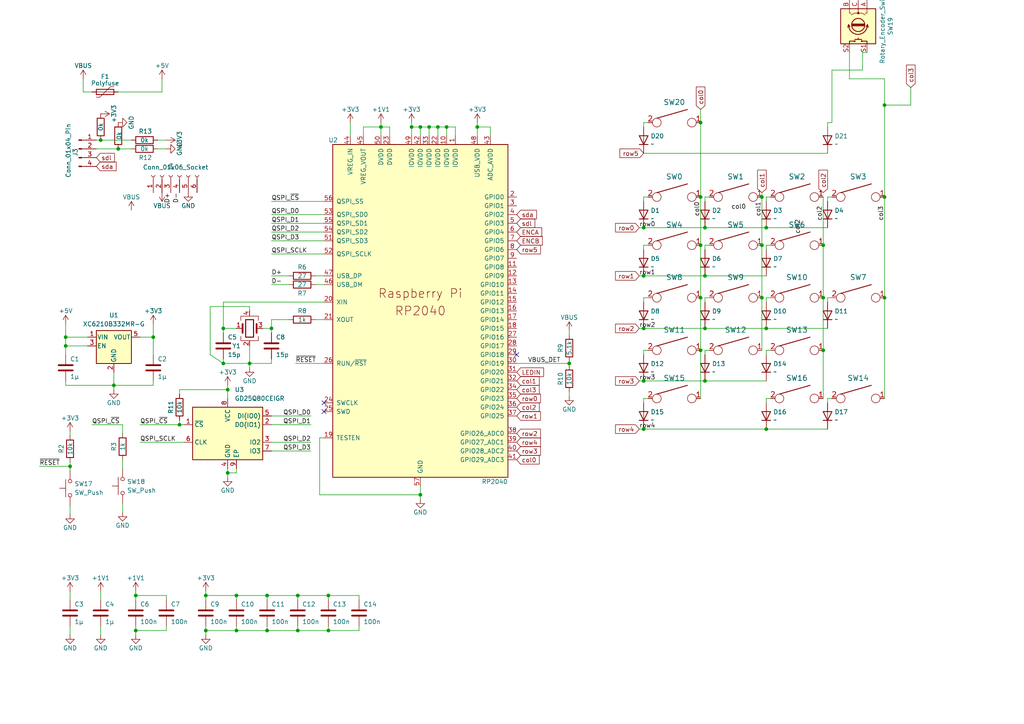
<source format=kicad_sch>
(kicad_sch (version 20250114) (generator "eeschema") (generator_version "9.0")
  (paper "A4")
  (lib_symbols
    (symbol "Connector:Conn_01x04_Pin" (pin_names (offset 1.016) (hide yes))
      (property "Reference" "J" (at 0 5.08 0))
      (property "Value" "Conn_01x04_Pin" (at 0 -7.62 0))
      (symbol "Conn_01x04_Pin_1_1"
        (pin passive line (at 5.08 2.54 180) (length 3.81) (name "Pin_1") (number "1"))
        (pin passive line (at 5.08 0 180) (length 3.81) (name "Pin_2") (number "2"))
        (pin passive line (at 5.08 -2.54 180) (length 3.81) (name "Pin_3") (number "3"))
        (pin passive line (at 5.08 -5.08 180) (length 3.81) (name "Pin_4") (number "4"))
      )
    )
    (symbol "Connector:Conn_01x06_Socket" (pin_names (offset 1.016) (hide yes))
      (property "Reference" "J" (at 0 7.62 0))
      (property "Value" "Conn_01x06_Socket" (at 0 -10.16 0))
      (symbol "Conn_01x06_Socket_1_1"
        (pin passive line (at -5.08 5.08 0) (length 3.81) (name "Pin_1") (number "1"))
        (pin passive line (at -5.08 2.54 0) (length 3.81) (name "Pin_2") (number "2"))
        (pin passive line (at -5.08 0 0) (length 3.81) (name "Pin_3") (number "3"))
        (pin passive line (at -5.08 -2.54 0) (length 3.81) (name "Pin_4") (number "4"))
        (pin passive line (at -5.08 -5.08 0) (length 3.81) (name "Pin_5") (number "5"))
        (pin passive line (at -5.08 -7.62 0) (length 3.81) (name "Pin_6") (number "6"))
      )
    )
    (symbol "Device:C" (pin_numbers (hide yes)) (pin_names (offset 0.254))
      (property "Reference" "C" (at 0.635 2.54 0))
      (property "Value" "C" (at 0.635 -2.54 0))
      (symbol "C_1_1"
        (pin passive line (at 0 3.81 270) (length 2.794) (name "~") (number "1"))
        (pin passive line (at 0 -3.81 90) (length 2.794) (name "~") (number "2"))
      )
    )
    (symbol "Device:Crystal_GND24" (pin_names (offset 1.016) (hide yes))
      (property "Reference" "Y" (at 3.175 5.08 0))
      (property "Value" "Crystal_GND24" (at 3.175 3.175 0))
      (symbol "Crystal_GND24_1_1"
        (pin passive line (at -3.81 0 0) (length 1.27) (name "1") (number "1"))
        (pin passive line (at 0 5.08 270) (length 1.27) (name "2") (number "2"))
        (pin passive line (at 0 -5.08 90) (length 1.27) (name "4") (number "4"))
        (pin passive line (at 3.81 0 180) (length 1.27) (name "3") (number "3"))
      )
    )
    (symbol "Device:D" (pin_numbers (hide yes)) (pin_names (offset 1.016) (hide yes))
      (property "Reference" "D" (at 0 2.54 0))
      (property "Value" "D" (at 0 -2.54 0))
      (symbol "D_1_1"
        (pin passive line (at -3.81 0 0) (length 2.54) (name "K") (number "1"))
        (pin passive line (at 3.81 0 180) (length 2.54) (name "A") (number "2"))
      )
    )
    (symbol "Device:Polyfuse" (pin_numbers (hide yes)) (pin_names (offset 0))
      (property "Reference" "F" (at -2.54 0 90))
      (property "Value" "Polyfuse" (at 2.54 0 90))
      (symbol "Polyfuse_1_1"
        (pin passive line (at 0 3.81 270) (length 1.27) (name "~") (number "1"))
        (pin passive line (at 0 -3.81 90) (length 1.27) (name "~") (number "2"))
      )
    )
    (symbol "Device:R" (pin_numbers (hide yes)) (pin_names (offset 0))
      (property "Reference" "R" (at 2.032 0 90))
      (property "Value" "R" (at 0 0 90))
      (symbol "R_1_1"
        (pin passive line (at 0 3.81 270) (length 1.27) (name "~") (number "1"))
        (pin passive line (at 0 -3.81 90) (length 1.27) (name "~") (number "2"))
      )
    )
    (symbol "MCU_RaspberryPi_RP2040:RP2040" (pin_names (offset 1.016))
      (property "Reference" "U" (at -25.4 49.53 0))
      (property "Value" "RP2040" (at 20.32 -49.53 0))
      (symbol "RP2040_0_0"
        (text "Raspberry Pi" (at 0 5.08 0) (effects (font (size 2.54 2.54))))
        (text "RP2040" (at 0 0 0) (effects (font (size 2.54 2.54))))
      )
      (symbol "RP2040_1_1"
        (pin bidirectional line (at -27.94 31.75 0) (length 2.54) (name "QSPI_SS") (number "56"))
        (pin bidirectional line (at -27.94 27.94 0) (length 2.54) (name "QSPI_SD0") (number "53"))
        (pin bidirectional line (at -27.94 25.4 0) (length 2.54) (name "QSPI_SD1") (number "55"))
        (pin bidirectional line (at -27.94 22.86 0) (length 2.54) (name "QSPI_SD2") (number "54"))
        (pin bidirectional line (at -27.94 20.32 0) (length 2.54) (name "QSPI_SD3") (number "51"))
        (pin output line (at -27.94 16.51 0) (length 2.54) (name "QSPI_SCLK") (number "52"))
        (pin bidirectional line (at -27.94 10.16 0) (length 2.54) (name "USB_DP") (number "47"))
        (pin bidirectional line (at -27.94 7.62 0) (length 2.54) (name "USB_DM") (number "46"))
        (pin input line (at -27.94 2.54 0) (length 2.54) (name "XIN") (number "20"))
        (pin passive line (at -27.94 -2.54 0) (length 2.54) (name "XOUT") (number "21"))
        (pin input line (at -27.94 -15.24 0) (length 2.54) (name "RUN/~{RST}") (number "26"))
        (pin output line (at -27.94 -26.67 0) (length 2.54) (name "SWCLK") (number "24"))
        (pin bidirectional line (at -27.94 -29.21 0) (length 2.54) (name "SWD") (number "25"))
        (pin passive line (at -27.94 -36.83 0) (length 2.54) (name "TESTEN") (number "19"))
        (pin power_in line (at -20.32 50.8 270) (length 2.54) (name "VREG_IN") (number "44"))
        (pin power_out line (at -16.51 50.8 270) (length 2.54) (name "VREG_VOUT") (number "45"))
        (pin power_in line (at -11.43 50.8 270) (length 2.54) (name "DVDD") (number "50"))
        (pin power_in line (at -8.89 50.8 270) (length 2.54) (name "DVDD") (number "23"))
        (pin power_in line (at -2.54 50.8 270) (length 2.54) (name "IOVDD") (number "49"))
        (pin power_in line (at 0 50.8 270) (length 2.54) (name "IOVDD") (number "42"))
        (pin power_in line (at 0 -50.8 90) (length 2.54) (name "GND") (number "57"))
        (pin power_in line (at 2.54 50.8 270) (length 2.54) (name "IOVDD") (number "33"))
        (pin power_in line (at 5.08 50.8 270) (length 2.54) (name "IOVDD") (number "22"))
        (pin power_in line (at 7.62 50.8 270) (length 2.54) (name "IOVDD") (number "10"))
        (pin power_in line (at 10.16 50.8 270) (length 2.54) (name "IOVDD") (number "1"))
        (pin power_in line (at 16.51 50.8 270) (length 2.54) (name "USB_VDD") (number "48"))
        (pin power_in line (at 20.32 50.8 270) (length 2.54) (name "ADC_AVDD") (number "43"))
        (pin bidirectional line (at 27.94 33.02 180) (length 2.54) (name "GPIO0") (number "2"))
        (pin bidirectional line (at 27.94 30.48 180) (length 2.54) (name "GPIO1") (number "3"))
        (pin bidirectional line (at 27.94 27.94 180) (length 2.54) (name "GPIO2") (number "4"))
        (pin bidirectional line (at 27.94 25.4 180) (length 2.54) (name "GPIO3") (number "5"))
        (pin bidirectional line (at 27.94 22.86 180) (length 2.54) (name "GPIO4") (number "6"))
        (pin bidirectional line (at 27.94 20.32 180) (length 2.54) (name "GPIO5") (number "7"))
        (pin bidirectional line (at 27.94 17.78 180) (length 2.54) (name "GPIO6") (number "8"))
        (pin bidirectional line (at 27.94 15.24 180) (length 2.54) (name "GPIO7") (number "9"))
        (pin bidirectional line (at 27.94 12.7 180) (length 2.54) (name "GPIO8") (number "11"))
        (pin bidirectional line (at 27.94 10.16 180) (length 2.54) (name "GPIO9") (number "12"))
        (pin bidirectional line (at 27.94 7.62 180) (length 2.54) (name "GPIO10") (number "13"))
        (pin bidirectional line (at 27.94 5.08 180) (length 2.54) (name "GPIO11") (number "14"))
        (pin bidirectional line (at 27.94 2.54 180) (length 2.54) (name "GPIO12") (number "15"))
        (pin bidirectional line (at 27.94 0 180) (length 2.54) (name "GPIO13") (number "16"))
        (pin bidirectional line (at 27.94 -2.54 180) (length 2.54) (name "GPIO14") (number "17"))
        (pin bidirectional line (at 27.94 -5.08 180) (length 2.54) (name "GPIO15") (number "18"))
        (pin bidirectional line (at 27.94 -7.62 180) (length 2.54) (name "GPIO16") (number "27"))
        (pin bidirectional line (at 27.94 -10.16 180) (length 2.54) (name "GPIO17") (number "28"))
        (pin bidirectional line (at 27.94 -12.7 180) (length 2.54) (name "GPIO18") (number "29"))
        (pin bidirectional line (at 27.94 -15.24 180) (length 2.54) (name "GPIO19") (number "30"))
        (pin bidirectional line (at 27.94 -17.78 180) (length 2.54) (name "GPIO20") (number "31"))
        (pin bidirectional line (at 27.94 -20.32 180) (length 2.54) (name "GPIO21") (number "32"))
        (pin bidirectional line (at 27.94 -22.86 180) (length 2.54) (name "GPIO22") (number "34"))
        (pin bidirectional line (at 27.94 -25.4 180) (length 2.54) (name "GPIO23") (number "35"))
        (pin bidirectional line (at 27.94 -27.94 180) (length 2.54) (name "GPIO24") (number "36"))
        (pin bidirectional line (at 27.94 -30.48 180) (length 2.54) (name "GPIO25") (number "37"))
        (pin bidirectional line (at 27.94 -35.56 180) (length 2.54) (name "GPIO26_ADC0") (number "38"))
        (pin bidirectional line (at 27.94 -38.1 180) (length 2.54) (name "GPIO27_ADC1") (number "39"))
        (pin bidirectional line (at 27.94 -40.64 180) (length 2.54) (name "GPIO28_ADC2") (number "40"))
        (pin bidirectional line (at 27.94 -43.18 180) (length 2.54) (name "GPIO29_ADC3") (number "41"))
      )
    )
    (symbol "Memory_Flash:W25Q32JVZP"
      (property "Reference" "U" (at -8.89 8.89 0))
      (property "Value" "W25Q32JVZP" (at 7.62 8.89 0))
      (symbol "W25Q32JVZP_1_1"
        (pin input line (at -12.7 2.54 0) (length 2.54) (name "~{CS}") (number "1"))
        (pin input line (at -12.7 -2.54 0) (length 2.54) (name "CLK") (number "6"))
        (pin power_in line (at 0 10.16 270) (length 2.54) (name "VCC") (number "8"))
        (pin power_in line (at 0 -10.16 90) (length 2.54) (name "GND") (number "4"))
        (pin passive line (at 2.54 -10.16 90) (length 2.54) (name "EP") (number "9"))
        (pin bidirectional line (at 12.7 5.08 180) (length 2.54) (name "DI(IO0)") (number "5"))
        (pin bidirectional line (at 12.7 2.54 180) (length 2.54) (name "DO(IO1)") (number "2"))
        (pin bidirectional line (at 12.7 -2.54 180) (length 2.54) (name "IO2") (number "3"))
        (pin bidirectional line (at 12.7 -5.08 180) (length 2.54) (name "IO3") (number "7"))
      )
    )
    (symbol "Regulator_Linear:AP2127K-3.3" (pin_names (offset 0.254))
      (property "Reference" "U" (at -5.08 5.715 0))
      (property "Value" "AP2127K-3.3" (at 0 5.715 0))
      (symbol "AP2127K-3.3_1_1"
        (pin power_in line (at -7.62 2.54 0) (length 2.54) (name "VIN") (number "1"))
        (pin input line (at -7.62 0 0) (length 2.54) (name "EN") (number "3"))
        (pin power_in line (at 0 -7.62 90) (length 2.54) (name "GND") (number "2"))
        (pin no_connect line (at 5.08 0 180) (length 2.54) (hide yes) (name "NC") (number "4"))
        (pin power_out line (at 7.62 2.54 180) (length 2.54) (name "VOUT") (number "5"))
      )
    )
    (symbol "SofleKeyboard-rescue:GND-power" (power) (pin_names (offset 0))
      (property "Value" "GND-power" (at 0 -3.81 0))
      (symbol "GND-power_1_1"
        (pin power_in line (at 0 0 270) (length 0) (hide yes) (name "GND") (number "1"))
      )
    )
    (symbol "SofleKeyboard-rescue:Rotary_Encoder_Switch-Device" (pin_names (offset 0.254) (hide yes))
      (property "Reference" "SW" (at 0 6.604 0))
      (property "Value" "Rotary_Encoder_Switch-Device" (at 0 -6.604 0))
      (symbol "Rotary_Encoder_Switch-Device_1_1"
        (pin passive line (at -7.62 2.54 0) (length 2.54) (name "A") (number "A"))
        (pin passive line (at -7.62 0 0) (length 2.54) (name "C") (number "C"))
        (pin passive line (at -7.62 -2.54 0) (length 2.54) (name "B") (number "B"))
        (pin passive line (at 7.62 2.54 180) (length 2.54) (name "S1") (number "S1"))
        (pin passive line (at 7.62 -2.54 180) (length 2.54) (name "S2") (number "S2"))
      )
    )
    (symbol "Switch:SW_Push" (pin_numbers (hide yes)) (pin_names (offset 1.016) (hide yes))
      (property "Reference" "SW" (at 1.27 2.54 0))
      (property "Value" "SW_Push" (at 0 -1.524 0))
      (symbol "SW_Push_0_1"
        (pin passive line (at -5.08 0 0) (length 2.54) (name "1") (number "1"))
        (pin passive line (at 5.08 0 180) (length 2.54) (name "2") (number "2"))
      )
    )
    (symbol "discipad-pcb-rescue:KEYSW-keyboard_parts" (pin_names (offset 1.016))
      (property "Reference" "K?" (at -1.27 0 0))
      (symbol "KEYSW-keyboard_parts_1_1"
        (pin passive line (at -7.62 0 0) (length 1.27) (name "~") (number "2"))
        (pin passive line (at 7.62 0 180) (length 1.27) (name "~") (number "1"))
      )
    )
    (symbol "kbd_local:YS-SK6812MINI-E" (pin_names (offset 1.016))
      (property "Reference" "LED" (at 2.54 -7.62 0))
      (property "Value" "YS-SK6812MINI-E" (at 6.35 -6.35 0))
      (symbol "YS-SK6812MINI-E_1_1"
        (pin input line (at -7.62 0 0) (length 2.54) (name "DIN") (number "4"))
        (pin power_in line (at 0 7.62 270) (length 2.54) (name "VDD") (number "1"))
        (pin power_in line (at 0 -7.62 90) (length 2.54) (name "VSS") (number "3"))
        (pin output line (at 7.62 0 180) (length 2.54) (name "DOUT") (number "2"))
      )
    )
    (symbol "power:+1V1" (power) (pin_names (offset 0))
      (property "Value" "+1V1" (at 0 3.556 0))
      (symbol "+1V1_1_1"
        (pin power_in line (at 0 0 90) (length 0) (hide yes) (name "+1V1") (number "1"))
      )
    )
    (symbol "power:+3.3V" (power) (pin_names (offset 0))
      (property "Value" "+3.3V" (at 0 3.556 0))
      (symbol "+3.3V_1_1"
        (pin power_in line (at 0 0 90) (length 0) (hide yes) (name "+3V3") (number "1"))
      )
    )
    (symbol "power:+5V" (power) (pin_names (offset 0))
      (property "Value" "+5V" (at 0 3.556 0))
      (symbol "+5V_1_1"
        (pin power_in line (at 0 0 90) (length 0) (hide yes) (name "+5V") (number "1"))
      )
    )
    (symbol "power:GND" (power) (pin_names (offset 0))
      (property "Value" "GND" (at 0 -3.81 0))
      (symbol "GND_1_1"
        (pin power_in line (at 0 0 270) (length 0) (hide yes) (name "GND") (number "1"))
      )
    )
    (symbol "power:VBUS" (power) (pin_names (offset 0))
      (property "Value" "VBUS" (at 0 3.81 0))
      (symbol "VBUS_1_1"
        (pin power_in line (at 0 0 90) (length 0) (hide yes) (name "VBUS") (number "1"))
      )
    )
  )
  (text "LEDs" (at 341.122 21.209 0) (effects (font (size 3.175 3.175)) (justify left bottom)))
  (junction (at 39.37 182.88))
  (junction (at 204.47 80.01))
  (junction (at 203.2 35.56))
  (junction (at 203.2 57.15))
  (junction (at 256.54 57.15))
  (junction (at 186.69 124.46))
  (junction (at 66.04 113.03))
  (junction (at 307.34 66.04))
  (junction (at 220.98 71.12))
  (junction (at 44.45 97.79))
  (junction (at 19.05 100.33))
  (junction (at 86.36 172.72))
  (junction (at 383.54 83.82))
  (junction (at 119.38 36.83))
  (junction (at 322.58 29.21))
  (junction (at 322.58 66.04))
  (junction (at 72.39 105.41))
  (junction (at 59.69 182.88))
  (junction (at 256.54 30.48))
  (junction (at 86.36 182.88))
  (junction (at 203.2 86.36))
  (junction (at 64.77 105.41))
  (junction (at 337.82 66.04))
  (junction (at 307.34 46.99))
  (junction (at 68.58 182.88))
  (junction (at 322.58 46.99))
  (junction (at 68.58 172.72))
  (junction (at 59.69 172.72))
  (junction (at 95.25 172.72))
  (junction (at 368.3 83.82))
  (junction (at 121.92 143.51))
  (junction (at 353.06 83.82))
  (junction (at 337.82 29.21))
  (junction (at 220.98 86.36))
  (junction (at 203.2 71.12))
  (junction (at 322.58 83.82))
  (junction (at 203.2 101.6))
  (junction (at 256.54 86.36))
  (junction (at 127 36.83))
  (junction (at 222.25 66.04))
  (junction (at 77.47 172.72))
  (junction (at 110.49 36.83))
  (junction (at 29.21 40.64))
  (junction (at 64.77 95.25))
  (junction (at 20.32 135.255))
  (junction (at 186.69 110.49))
  (junction (at 186.69 80.01))
  (junction (at 368.3 66.04))
  (junction (at 186.69 66.04))
  (junction (at 353.06 66.04))
  (junction (at 368.3 46.99))
  (junction (at 39.37 172.72))
  (junction (at 129.54 36.83))
  (junction (at 238.76 71.12))
  (junction (at 238.76 86.36))
  (junction (at 222.25 95.25))
  (junction (at 66.04 137.16))
  (junction (at 34.29 43.18))
  (junction (at 52.07 123.19))
  (junction (at 204.47 66.04))
  (junction (at 138.43 36.83))
  (junction (at 222.25 124.46))
  (junction (at 383.54 101.6))
  (junction (at 78.74 95.25))
  (junction (at 77.47 182.88))
  (junction (at 204.47 95.25))
  (junction (at 337.82 83.82))
  (junction (at 337.82 46.99))
  (junction (at 353.06 46.99))
  (junction (at 238.76 101.6))
  (junction (at 121.92 36.83))
  (junction (at 19.05 97.79))
  (junction (at 204.47 110.49))
  (junction (at 220.98 57.15))
  (junction (at 322.58 114.3))
  (junction (at 383.54 66.04))
  (junction (at 165.1 105.41))
  (junction (at 368.3 101.6))
  (junction (at 353.06 101.6))
  (junction (at 124.46 36.83))
  (junction (at 95.25 182.88))
  (junction (at 186.69 95.25))
  (junction (at 353.06 114.3))
  (junction (at 33.02 111.76))
  (no_connect (at 149.86 102.87))
  (no_connect (at 391.16 73.66))
  (no_connect (at 93.98 119.38))
  (no_connect (at 93.98 116.84))
  (wire (pts (xy 77.47 182.88) (xy 86.36 182.88)))
  (wire (pts (xy 40.64 123.19) (xy 52.07 123.19)))
  (wire (pts (xy 240.03 115.57) (xy 240.03 116.84)))
  (wire (pts (xy 38.1 40.64) (xy 29.21 40.64)))
  (wire (pts (xy 241.3 20.32) (xy 250.19 20.32)))
  (wire (pts (xy 360.68 91.44) (xy 360.68 93.98)))
  (wire (pts (xy 35.56 133.35) (xy 35.56 135.89)))
  (wire (pts (xy 68.58 181.61) (xy 68.58 182.88)))
  (wire (pts (xy 132.08 39.37) (xy 132.08 36.83)))
  (wire (pts (xy 33.02 111.76) (xy 44.45 111.76)))
  (wire (pts (xy 77.47 181.61) (xy 77.47 182.88)))
  (wire (pts (xy 222.25 71.12) (xy 222.25 72.39)))
  (wire (pts (xy 29.21 40.64) (xy 27.94 40.64)))
  (wire (pts (xy 186.69 124.46) (xy 222.25 124.46)))
  (wire (pts (xy 45.72 40.64) (xy 48.26 40.64)))
  (wire (pts (xy 345.44 39.37) (xy 330.2 39.37)))
  (wire (pts (xy 19.05 97.79) (xy 19.05 100.33)))
  (wire (pts (xy 138.43 36.83) (xy 142.24 36.83)))
  (wire (pts (xy 119.38 36.83) (xy 119.38 39.37)))
  (wire (pts (xy 59.69 172.72) (xy 68.58 172.72)))
  (wire (pts (xy 250.19 15.24) (xy 251.46 15.24)))
  (wire (pts (xy 337.82 29.21) (xy 368.3 29.21)))
  (wire (pts (xy 383.54 46.99) (xy 383.54 66.04)))
  (wire (pts (xy 165.1 95.885) (xy 165.1 97.155)))
  (wire (pts (xy 203.2 101.6) (xy 203.2 115.57)))
  (wire (pts (xy 64.77 105.41) (xy 72.39 105.41)))
  (wire (pts (xy 44.45 93.98) (xy 44.45 97.79)))
  (wire (pts (xy 246.38 -3.81) (xy 246.38 0)))
  (wire (pts (xy 165.1 104.775) (xy 165.1 105.41)))
  (wire (pts (xy 78.74 105.41) (xy 78.74 104.14)))
  (wire (pts (xy 203.2 57.15) (xy 203.2 71.12)))
  (wire (pts (xy 72.39 105.41) (xy 78.74 105.41)))
  (wire (pts (xy 330.2 73.66) (xy 330.2 76.2)))
  (wire (pts (xy 127 36.83) (xy 129.54 36.83)))
  (wire (pts (xy 383.54 101.6) (xy 383.54 114.3)))
  (wire (pts (xy 337.82 46.99) (xy 337.82 66.04)))
  (wire (pts (xy 220.98 86.36) (xy 220.98 101.6)))
  (wire (pts (xy 307.34 66.04) (xy 307.34 83.82)))
  (wire (pts (xy 248.92 -15.24) (xy 246.38 -15.24)))
  (wire (pts (xy 204.47 110.49) (xy 222.25 110.49)))
  (wire (pts (xy 104.14 181.61) (xy 104.14 182.88)))
  (wire (pts (xy 59.69 172.72) (xy 59.69 173.99)))
  (wire (pts (xy 77.47 172.72) (xy 86.36 172.72)))
  (wire (pts (xy 353.06 83.82) (xy 353.06 101.6)))
  (wire (pts (xy 204.47 101.6) (xy 204.47 102.87)))
  (wire (pts (xy 20.32 133.985) (xy 20.32 135.255)))
  (wire (pts (xy 78.74 67.31) (xy 93.98 67.31)))
  (wire (pts (xy 204.47 80.01) (xy 222.25 80.01)))
  (wire (pts (xy 241.3 115.57) (xy 240.03 115.57)))
  (wire (pts (xy 205.74 57.15) (xy 204.47 57.15)))
  (wire (pts (xy 238.76 57.15) (xy 238.76 71.12)))
  (wire (pts (xy 78.74 82.55) (xy 83.82 82.55)))
  (wire (pts (xy 246.38 22.86) (xy 246.38 15.24)))
  (wire (pts (xy 185.42 110.49) (xy 186.69 110.49)))
  (wire (pts (xy 39.37 171.45) (xy 39.37 172.72)))
  (wire (pts (xy 264.16 30.48) (xy 256.54 30.48)))
  (wire (pts (xy 95.25 181.61) (xy 95.25 182.88)))
  (wire (pts (xy 256.54 30.48) (xy 256.54 57.15)))
  (wire (pts (xy 48.26 181.61) (xy 48.26 182.88)))
  (wire (pts (xy 78.74 62.23) (xy 93.98 62.23)))
  (wire (pts (xy 187.96 57.15) (xy 186.69 57.15)))
  (wire (pts (xy 11.43 135.255) (xy 20.32 135.255)))
  (wire (pts (xy 241.3 57.15) (xy 240.03 57.15)))
  (wire (pts (xy 90.17 120.65) (xy 78.74 120.65)))
  (wire (pts (xy 138.43 36.83) (xy 138.43 39.37)))
  (wire (pts (xy 330.2 58.42) (xy 330.2 54.61)))
  (wire (pts (xy 307.34 46.99) (xy 307.34 66.04)))
  (wire (pts (xy 72.39 90.17) (xy 72.39 88.9)))
  (wire (pts (xy 186.69 101.6) (xy 186.69 102.87)))
  (wire (pts (xy 205.74 101.6) (xy 204.47 101.6)))
  (wire (pts (xy 337.82 83.82) (xy 337.82 101.6)))
  (wire (pts (xy 220.98 55.88) (xy 220.98 57.15)))
  (wire (pts (xy 223.52 57.15) (xy 222.25 57.15)))
  (wire (pts (xy 204.47 57.15) (xy 204.47 58.42)))
  (wire (pts (xy 204.47 71.12) (xy 204.47 72.39)))
  (wire (pts (xy 186.69 35.56) (xy 187.96 35.56)))
  (wire (pts (xy 256.54 86.36) (xy 256.54 115.57)))
  (wire (pts (xy 360.68 109.22) (xy 345.44 109.22)))
  (wire (pts (xy 121.92 143.51) (xy 121.92 144.78)))
  (wire (pts (xy 240.03 86.36) (xy 240.03 87.63)))
  (wire (pts (xy 250.19 20.32) (xy 250.19 15.24)))
  (wire (pts (xy 238.76 86.36) (xy 238.76 101.6)))
  (wire (pts (xy 203.2 71.12) (xy 203.2 86.36)))
  (wire (pts (xy 52.07 114.3) (xy 52.07 113.03)))
  (wire (pts (xy 86.36 182.88) (xy 95.25 182.88)))
  (wire (pts (xy 186.69 95.25) (xy 204.47 95.25)))
  (wire (pts (xy 186.69 80.01) (xy 204.47 80.01)))
  (wire (pts (xy 44.45 110.49) (xy 44.45 111.76)))
  (wire (pts (xy 60.96 88.9) (xy 60.96 102.87)))
  (wire (pts (xy 345.44 91.44) (xy 345.44 93.98)))
  (wire (pts (xy 66.04 111.76) (xy 66.04 113.03)))
  (wire (pts (xy 64.77 87.63) (xy 93.98 87.63)))
  (wire (pts (xy 360.68 73.66) (xy 360.68 76.2)))
  (wire (pts (xy 72.39 100.33) (xy 72.39 105.41)))
  (wire (pts (xy 322.58 29.21) (xy 307.34 29.21)))
  (wire (pts (xy 105.41 36.83) (xy 110.49 36.83)))
  (wire (pts (xy 223.52 115.57) (xy 222.25 115.57)))
  (wire (pts (xy 20.32 171.45) (xy 20.32 173.99)))
  (wire (pts (xy 59.69 171.45) (xy 59.69 172.72)))
  (wire (pts (xy 90.17 130.81) (xy 78.74 130.81)))
  (wire (pts (xy 240.03 57.15) (xy 240.03 58.42)))
  (wire (pts (xy 68.58 172.72) (xy 68.58 173.99)))
  (wire (pts (xy 204.47 86.36) (xy 204.47 87.63)))
  (wire (pts (xy 66.04 137.16) (xy 68.58 137.16)))
  (wire (pts (xy 33.02 111.76) (xy 33.02 113.03)))
  (wire (pts (xy 68.58 135.89) (xy 68.58 137.16)))
  (wire (pts (xy 142.24 39.37) (xy 142.24 36.83)))
  (wire (pts (xy 222.25 86.36) (xy 222.25 87.63)))
  (wire (pts (xy 337.82 66.04) (xy 337.82 83.82)))
  (wire (pts (xy 64.77 95.25) (xy 64.77 87.63)))
  (wire (pts (xy 223.52 71.12) (xy 222.25 71.12)))
  (wire (pts (xy 187.96 101.6) (xy 186.69 101.6)))
  (wire (pts (xy 353.06 46.99) (xy 353.06 66.04)))
  (wire (pts (xy 256.54 57.15) (xy 256.54 86.36)))
  (wire (pts (xy 20.32 146.685) (xy 20.32 149.225)))
  (wire (pts (xy 307.34 29.21) (xy 307.34 46.99)))
  (wire (pts (xy 92.71 127) (xy 92.71 143.51)))
  (wire (pts (xy 66.04 137.16) (xy 66.04 138.43)))
  (wire (pts (xy 78.74 73.66) (xy 93.98 73.66)))
  (wire (pts (xy 138.43 35.56) (xy 138.43 36.83)))
  (wire (pts (xy 86.36 172.72) (xy 86.36 173.99)))
  (wire (pts (xy 110.49 35.56) (xy 110.49 36.83)))
  (wire (pts (xy 39.37 182.88) (xy 48.26 182.88)))
  (wire (pts (xy 52.07 123.19) (xy 53.34 123.19)))
  (wire (pts (xy 360.68 54.61) (xy 360.68 58.42)))
  (wire (pts (xy 322.58 46.99) (xy 322.58 66.04)))
  (wire (pts (xy 66.04 113.03) (xy 66.04 115.57)))
  (wire (pts (xy 345.44 76.2) (xy 345.44 73.66)))
  (wire (pts (xy 375.92 73.66) (xy 375.92 76.2)))
  (wire (pts (xy 72.39 105.41) (xy 72.39 106.68)))
  (wire (pts (xy 59.69 182.88) (xy 68.58 182.88)))
  (wire (pts (xy 185.42 95.25) (xy 186.69 95.25)))
  (wire (pts (xy 86.36 181.61) (xy 86.36 182.88)))
  (wire (pts (xy 92.71 143.51) (xy 121.92 143.51)))
  (wire (pts (xy 35.56 146.05) (xy 35.56 148.59)))
  (wire (pts (xy 186.69 110.49) (xy 204.47 110.49)))
  (wire (pts (xy 119.38 35.56) (xy 119.38 36.83)))
  (wire (pts (xy 19.05 111.76) (xy 33.02 111.76)))
  (wire (pts (xy 314.96 76.2) (xy 314.96 73.66)))
  (wire (pts (xy 186.69 86.36) (xy 186.69 87.63)))
  (wire (pts (xy 59.69 181.61) (xy 59.69 182.88)))
  (wire (pts (xy 186.69 44.45) (xy 240.03 44.45)))
  (wire (pts (xy 368.3 83.82) (xy 368.3 101.6)))
  (wire (pts (xy 322.58 66.04) (xy 322.58 83.82)))
  (wire (pts (xy 60.96 102.87) (xy 64.77 105.41)))
  (wire (pts (xy 222.25 115.57) (xy 222.25 116.84)))
  (wire (pts (xy 187.96 115.57) (xy 186.69 115.57)))
  (wire (pts (xy 223.52 101.6) (xy 222.25 101.6)))
  (wire (pts (xy 186.69 66.04) (xy 204.47 66.04)))
  (wire (pts (xy 205.74 86.36) (xy 204.47 86.36)))
  (wire (pts (xy 44.45 97.79) (xy 44.45 102.87)))
  (wire (pts (xy 220.98 57.15) (xy 220.98 71.12)))
  (wire (pts (xy 92.71 127) (xy 93.98 127)))
  (wire (pts (xy 204.47 66.04) (xy 222.25 66.04)))
  (wire (pts (xy 186.69 71.12) (xy 186.69 72.39)))
  (wire (pts (xy 222.25 124.46) (xy 240.03 124.46)))
  (wire (pts (xy 368.3 46.99) (xy 368.3 66.04)))
  (wire (pts (xy 322.58 29.21) (xy 337.82 29.21)))
  (wire (pts (xy 165.1 113.665) (xy 165.1 114.935)))
  (wire (pts (xy 64.77 96.52) (xy 64.77 95.25)))
  (wire (pts (xy 48.26 173.99) (xy 48.26 172.72)))
  (wire (pts (xy 66.04 135.89) (xy 66.04 137.16)))
  (wire (pts (xy 322.58 24.13) (xy 322.58 29.21)))
  (wire (pts (xy 222.25 101.6) (xy 222.25 102.87)))
  (wire (pts (xy 29.21 171.45) (xy 29.21 173.99)))
  (wire (pts (xy 59.69 182.88) (xy 59.69 184.15)))
  (wire (pts (xy 39.37 172.72) (xy 39.37 173.99)))
  (wire (pts (xy 38.1 43.18) (xy 34.29 43.18)))
  (wire (pts (xy 52.07 121.92) (xy 52.07 123.19)))
  (wire (pts (xy 90.17 128.27) (xy 78.74 128.27)))
  (wire (pts (xy 223.52 86.36) (xy 222.25 86.36)))
  (wire (pts (xy 238.76 101.6) (xy 238.76 115.57)))
  (wire (pts (xy 124.46 36.83) (xy 124.46 39.37)))
  (wire (pts (xy 24.13 22.86) (xy 24.13 26.67)))
  (wire (pts (xy 78.74 69.85) (xy 93.98 69.85)))
  (wire (pts (xy 127 36.83) (xy 127 39.37)))
  (wire (pts (xy 85.725 105.41) (xy 93.98 105.41)))
  (wire (pts (xy 322.58 114.3) (xy 353.06 114.3)))
  (wire (pts (xy 19.05 97.79) (xy 25.4 97.79)))
  (wire (pts (xy 203.2 35.56) (xy 203.2 57.15)))
  (wire (pts (xy 129.54 36.83) (xy 129.54 39.37)))
  (wire (pts (xy 78.74 58.42) (xy 93.98 58.42)))
  (wire (pts (xy 353.06 101.6) (xy 353.06 114.3)))
  (wire (pts (xy 314.96 58.42) (xy 314.96 54.61)))
  (wire (pts (xy 185.42 66.04) (xy 186.69 66.04)))
  (wire (pts (xy 19.05 93.98) (xy 19.05 97.79)))
  (wire (pts (xy 78.74 80.01) (xy 83.82 80.01)))
  (wire (pts (xy 91.44 80.01) (xy 93.98 80.01)))
  (wire (pts (xy 165.1 105.41) (xy 165.1 106.045)))
  (wire (pts (xy 29.21 181.61) (xy 29.21 184.15)))
  (wire (pts (xy 345.44 58.42) (xy 345.44 54.61)))
  (wire (pts (xy 110.49 36.83) (xy 110.49 39.37)))
  (wire (pts (xy 20.32 125.095) (xy 20.32 126.365)))
  (wire (pts (xy 383.54 114.3) (xy 353.06 114.3)))
  (wire (pts (xy 119.38 36.83) (xy 121.92 36.83)))
  (wire (pts (xy 40.64 128.27) (xy 53.34 128.27)))
  (wire (pts (xy 39.37 182.88) (xy 39.37 184.15)))
  (wire (pts (xy 72.39 88.9) (xy 60.96 88.9)))
  (wire (pts (xy 91.44 92.71) (xy 93.98 92.71)))
  (wire (pts (xy 360.68 39.37) (xy 375.92 39.37)))
  (wire (pts (xy 90.17 123.19) (xy 78.74 123.19)))
  (wire (pts (xy 238.76 71.12) (xy 238.76 86.36)))
  (wire (pts (xy 76.2 95.25) (xy 78.74 95.25)))
  (wire (pts (xy 121.92 36.83) (xy 121.92 39.37)))
  (wire (pts (xy 322.58 83.82) (xy 322.58 114.3)))
  (wire (pts (xy 78.74 95.25) (xy 78.74 96.52)))
  (wire (pts (xy 39.37 172.72) (xy 48.26 172.72)))
  (wire (pts (xy 34.29 43.18) (xy 27.94 43.18)))
  (wire (pts (xy 204.47 95.25) (xy 222.25 95.25)))
  (wire (pts (xy 19.05 100.33) (xy 19.05 102.87)))
  (wire (pts (xy 185.42 80.01) (xy 186.69 80.01)))
  (wire (pts (xy 19.05 110.49) (xy 19.05 111.76)))
  (wire (pts (xy 113.03 39.37) (xy 113.03 36.83)))
  (wire (pts (xy 34.29 26.67) (xy 46.99 26.67)))
  (wire (pts (xy 68.58 182.88) (xy 77.47 182.88)))
  (wire (pts (xy 46.99 22.86) (xy 46.99 26.67)))
  (wire (pts (xy 105.41 39.37) (xy 105.41 36.83)))
  (wire (pts (xy 52.07 113.03) (xy 66.04 113.03)))
  (wire (pts (xy 64.77 104.14) (xy 64.77 105.41)))
  (wire (pts (xy 264.16 25.4) (xy 264.16 30.48)))
  (wire (pts (xy 240.03 35.56) (xy 241.3 35.56)))
  (wire (pts (xy 20.32 135.255) (xy 20.32 136.525)))
  (wire (pts (xy 375.92 91.44) (xy 375.92 93.98)))
  (wire (pts (xy 33.02 107.95) (xy 33.02 111.76)))
  (wire (pts (xy 185.42 124.46) (xy 186.69 124.46)))
  (wire (pts (xy 91.44 82.55) (xy 93.98 82.55)))
  (wire (pts (xy 101.6 35.56) (xy 101.6 39.37)))
  (wire (pts (xy 383.54 83.82) (xy 383.54 101.6)))
  (wire (pts (xy 256.54 22.86) (xy 256.54 30.48)))
  (wire (pts (xy 203.2 31.75) (xy 203.2 35.56)))
  (wire (pts (xy 77.47 172.72) (xy 77.47 173.99)))
  (wire (pts (xy 241.3 86.36) (xy 240.03 86.36)))
  (wire (pts (xy 104.14 173.99) (xy 104.14 172.72)))
  (wire (pts (xy 368.3 29.21) (xy 368.3 46.99)))
  (wire (pts (xy 314.96 91.44) (xy 330.2 91.44)))
  (wire (pts (xy 95.25 182.88) (xy 104.14 182.88)))
  (wire (pts (xy 241.3 20.32) (xy 241.3 35.56)))
  (wire (pts (xy 26.67 123.19) (xy 35.56 123.19)))
  (wire (pts (xy 240.03 36.83) (xy 240.03 35.56)))
  (wire (pts (xy 186.69 115.57) (xy 186.69 116.84)))
  (wire (pts (xy 124.46 36.83) (xy 127 36.83)))
  (wire (pts (xy 95.25 172.72) (xy 104.14 172.72)))
  (wire (pts (xy 64.77 95.25) (xy 68.58 95.25)))
  (wire (pts (xy 149.86 105.41) (xy 165.1 105.41)))
  (wire (pts (xy 19.05 100.33) (xy 25.4 100.33)))
  (wire (pts (xy 95.25 172.72) (xy 95.25 173.99)))
  (wire (pts (xy 78.74 64.77) (xy 93.98 64.77)))
  (wire (pts (xy 86.36 172.72) (xy 95.25 172.72)))
  (wire (pts (xy 68.58 172.72) (xy 77.47 172.72)))
  (wire (pts (xy 186.69 57.15) (xy 186.69 58.42)))
  (wire (pts (xy 186.69 36.83) (xy 186.69 35.56)))
  (wire (pts (xy 222.25 66.04) (xy 240.03 66.04)))
  (wire (pts (xy 187.96 71.12) (xy 186.69 71.12)))
  (wire (pts (xy 121.92 36.83) (xy 124.46 36.83)))
  (wire (pts (xy 39.37 181.61) (xy 39.37 182.88)))
  (wire (pts (xy 187.96 86.36) (xy 186.69 86.36)))
  (wire (pts (xy 203.2 101.6) (xy 203.2 86.36)))
  (wire (pts (xy 375.92 54.61) (xy 375.92 58.42)))
  (wire (pts (xy 383.54 66.04) (xy 383.54 83.82)))
  (wire (pts (xy 35.56 123.19) (xy 35.56 125.73)))
  (wire (pts (xy 222.25 95.25) (xy 240.03 95.25)))
  (wire (pts (xy 83.82 92.71) (xy 78.74 92.71)))
  (wire (pts (xy 121.92 140.97) (xy 121.92 143.51)))
  (wire (pts (xy 24.13 26.67) (xy 26.67 26.67)))
  (wire (pts (xy 222.25 57.15) (xy 222.25 58.42)))
  (wire (pts (xy 368.3 66.04) (xy 368.3 83.82)))
  (wire (pts (xy 248.92 0) (xy 248.92 -15.24)))
  (wire (pts (xy 48.26 43.18) (xy 45.72 43.18)))
  (wire (pts (xy 78.74 92.71) (xy 78.74 95.25)))
  (wire (pts (xy 129.54 36.83) (xy 132.08 36.83)))
  (wire (pts (xy 246.38 22.86) (xy 256.54 22.86)))
  (wire (pts (xy 353.06 66.04) (xy 353.06 83.82)))
  (wire (pts (xy 40.64 97.79) (xy 44.45 97.79)))
  (wire (pts (xy 251.46 -3.81) (xy 251.46 0)))
  (wire (pts (xy 337.82 29.21) (xy 337.82 46.99)))
  (wire (pts (xy 110.49 36.83) (xy 113.03 36.83)))
  (wire (pts (xy 220.98 71.12) (xy 220.98 86.36)))
  (wire (pts (xy 20.32 181.61) (xy 20.32 184.15)))
  (wire (pts (xy 205.74 71.12) (xy 204.47 71.12)))
  (label "~{RESET}" (at 85.725 105.41 0))
  (label "QSPI_D3" (at 90.17 130.81 180))
  (label "row3" (at 185.42 110.49 0))
  (label "D+" (at 49.53 55.88 270))
  (label "QSPI_D2" (at 78.74 67.31 0))
  (label "D+" (at 78.74 80.01 0))
  (label "col2" (at 238.76 59.69 270))
  (label "VBUS_DET" (at 162.56 105.41 180))
  (label "col1" (at 220.98 58.42 270))
  (label "col0" (at 212.09 60.96 0))
  (label "~{RESET}" (at 11.43 135.255 0))
  (label "QSPI_D1" (at 90.17 123.19 180))
  (label "row1" (at 185.42 80.01 0))
  (label "QSPI_D1" (at 78.74 64.77 0))
  (label "QSPI_D3" (at 78.74 69.85 0))
  (label "D-" (at 52.07 55.88 270))
  (label "col0" (at 203.2 58.42 270))
  (label "QSPI_SCLK" (at 78.74 73.66 0))
  (label "col3" (at 256.54 59.69 270))
  (label "QSPI_~{CS}" (at 40.64 123.19 0))
  (label "D-" (at 78.74 82.55 0))
  (label "QSPI_~{CS}" (at 78.74 58.42 0))
  (label "QSPI_D0" (at 90.17 120.65 180))
  (label "QSPI_~{CS}" (at 26.67 123.19 0))
  (label "QSPI_D0" (at 78.74 62.23 0))
  (label "col2" (at 232.41 63.5 270))
  (label "row0" (at 185.42 66.04 0))
  (label "QSPI_D2" (at 90.17 128.27 180))
  (label "QSPI_SCLK" (at 40.64 128.27 0))
  (label "row2" (at 185.42 95.25 0))
  (label "row4" (at 185.42 124.46 0))
  (global_label "ENCA" (shape input) (at 149.86 67.31 0) (property "Intersheetrefs" "${INTERSHEET_REFS}" (effects (hide yes))))
  (global_label "row5" (shape input) (at 186.69 44.45 180) (property "Intersheetrefs" "${INTERSHEET_REFS}" (effects (hide yes))))
  (global_label "row5" (shape input) (at 149.86 72.39 0) (property "Intersheetrefs" "${INTERSHEET_REFS}" (effects (hide yes))))
  (global_label "col1" (shape input) (at 220.98 55.88 90) (property "Intersheetrefs" "${INTERSHEET_REFS}" (effects (hide yes))))
  (global_label "col0" (shape input) (at 149.86 133.35 0) (property "Intersheetrefs" "${INTERSHEET_REFS}" (effects (hide yes))))
  (global_label "LEDIN" (shape input) (at 149.86 107.95 0) (property "Intersheetrefs" "${INTERSHEET_REFS}" (effects (hide yes))))
  (global_label "col0" (shape input) (at 203.2 31.75 90) (property "Intersheetrefs" "${INTERSHEET_REFS}" (effects (hide yes))))
  (global_label "row4" (shape input) (at 185.42 124.46 180) (property "Intersheetrefs" "${INTERSHEET_REFS}" (effects (hide yes))))
  (global_label "row1" (shape input) (at 149.86 120.65 0) (property "Intersheetrefs" "${INTERSHEET_REFS}" (effects (hide yes))))
  (global_label "sda" (shape input) (at 27.94 48.26 0) (property "Intersheetrefs" "${INTERSHEET_REFS}" (effects (hide yes))))
  (global_label "col2" (shape input) (at 149.86 118.11 0) (property "Intersheetrefs" "${INTERSHEET_REFS}" (effects (hide yes))))
  (global_label "ENCB" (shape input) (at 149.86 69.85 0) (property "Intersheetrefs" "${INTERSHEET_REFS}" (effects (hide yes))))
  (global_label "sdl" (shape input) (at 27.94 45.72 0) (property "Intersheetrefs" "${INTERSHEET_REFS}" (effects (hide yes))))
  (global_label "row4" (shape input) (at 149.86 128.27 0) (property "Intersheetrefs" "${INTERSHEET_REFS}" (effects (hide yes))))
  (global_label "row1" (shape input) (at 185.42 80.01 180) (property "Intersheetrefs" "${INTERSHEET_REFS}" (effects (hide yes))))
  (global_label "LEDIN" (shape input) (at 375.92 109.22 270) (property "Intersheetrefs" "${INTERSHEET_REFS}" (effects (hide yes))))
  (global_label "col3" (shape input) (at 149.86 113.03 0) (property "Intersheetrefs" "${INTERSHEET_REFS}" (effects (hide yes))))
  (global_label "sdl" (shape input) (at 149.86 64.77 0) (property "Intersheetrefs" "${INTERSHEET_REFS}" (effects (hide yes))))
  (global_label "col3" (shape input) (at 264.16 25.4 90) (property "Intersheetrefs" "${INTERSHEET_REFS}" (effects (hide yes))))
  (global_label "ENCB" (shape input) (at 246.38 -3.81 90) (property "Intersheetrefs" "${INTERSHEET_REFS}" (effects (hide yes))))
  (global_label "row2" (shape input) (at 149.86 125.73 0) (property "Intersheetrefs" "${INTERSHEET_REFS}" (effects (hide yes))))
  (global_label "row0" (shape input) (at 149.86 115.57 0) (property "Intersheetrefs" "${INTERSHEET_REFS}" (effects (hide yes))))
  (global_label "sda" (shape input) (at 149.86 62.23 0) (property "Intersheetrefs" "${INTERSHEET_REFS}" (effects (hide yes))))
  (global_label "row2" (shape input) (at 185.42 95.25 180) (property "Intersheetrefs" "${INTERSHEET_REFS}" (effects (hide yes))))
  (global_label "row3" (shape input) (at 185.42 110.49 180) (property "Intersheetrefs" "${INTERSHEET_REFS}" (effects (hide yes))))
  (global_label "row0" (shape input) (at 185.42 66.04 180) (property "Intersheetrefs" "${INTERSHEET_REFS}" (effects (hide yes))))
  (global_label "col2" (shape input) (at 238.76 55.88 90) (property "Intersheetrefs" "${INTERSHEET_REFS}" (effects (hide yes))))
  (global_label "col1" (shape input) (at 149.86 110.49 0) (property "Intersheetrefs" "${INTERSHEET_REFS}" (effects (hide yes))))
  (global_label "row3" (shape input) (at 149.86 130.81 0) (property "Intersheetrefs" "${INTERSHEET_REFS}" (effects (hide yes))))
  (global_label "ENCA" (shape input) (at 251.46 -3.81 90) (property "Intersheetrefs" "${INTERSHEET_REFS}" (effects (hide yes))))
  (symbol (lib_id "discipad-pcb-rescue:KEYSW-keyboard_parts") (at 195.58 57.15 0) (unit 1)
    (property "Reference" "SW0" (at 195.58 51.2318 0) (effects (font (size 1.524 1.524))))
    (property "Value" "KEYSW" (effects (hide yes)))
    (property "Footprint" "Aaaaa:MX-Hotswap-1U" (effects (hide yes)))
  )
  (symbol (lib_id "Device:D") (at 186.69 62.23 90) (unit 1)
    (property "Reference" "D1" (at 188.6966 61.0616 90) (effects (justify right)))
    (property "Value" "~" (at 188.6966 63.373 90) (effects (justify right)))
    (property "Footprint" "Diode_SMD:D_SOD-123" (effects (hide yes)))
  )
  (symbol (lib_id "discipad-pcb-rescue:KEYSW-keyboard_parts") (at 213.36 57.15 0) (unit 1)
    (property "Reference" "SW1" (at 213.36 51.2318 0) (effects (font (size 1.524 1.524))))
    (property "Value" "KEYSW" (effects (hide yes)))
    (property "Footprint" "Aaaaa:MX-Hotswap-1U" (effects (hide yes)))
  )
  (symbol (lib_id "Device:D") (at 204.47 62.23 90) (unit 1)
    (property "Reference" "D2" (at 206.4766 61.0616 90) (effects (justify right)))
    (property "Value" "~" (at 206.4766 63.373 90) (effects (justify right)))
    (property "Footprint" "Diode_SMD:D_SOD-123" (effects (hide yes)))
  )
  (symbol (lib_id "discipad-pcb-rescue:KEYSW-keyboard_parts") (at 231.14 57.15 0) (unit 1)
    (property "Reference" "SW2" (at 231.14 51.2318 0) (effects (font (size 1.524 1.524))))
    (property "Value" "KEYSW" (effects (hide yes)))
    (property "Footprint" "Aaaaa:MX-Hotswap-1U" (effects (hide yes)))
  )
  (symbol (lib_id "Device:D") (at 222.25 62.23 90) (unit 1)
    (property "Reference" "D3" (at 224.2566 61.0616 90) (effects (justify right)))
    (property "Value" "~" (at 224.2566 63.373 90) (effects (justify right)))
    (property "Footprint" "Diode_SMD:D_SOD-123" (effects (hide yes)))
  )
  (symbol (lib_id "discipad-pcb-rescue:KEYSW-keyboard_parts") (at 248.92 57.15 0) (unit 1)
    (property "Reference" "SW3" (at 248.92 51.2318 0) (effects (font (size 1.524 1.524))))
    (property "Value" "KEYSW" (effects (hide yes)))
    (property "Footprint" "Aaaaa:MX-Hotswap-1U" (effects (hide yes)))
  )
  (symbol (lib_id "Device:D") (at 240.03 62.23 90) (unit 1)
    (property "Reference" "D4" (at 242.0366 61.0616 90) (effects (justify right)))
    (property "Value" "~" (at 242.0366 63.373 90) (effects (justify right)))
    (property "Footprint" "Diode_SMD:D_SOD-123" (effects (hide yes)))
  )
  (symbol (lib_id "discipad-pcb-rescue:KEYSW-keyboard_parts") (at 195.58 71.12 0) (unit 1)
    (property "Reference" "SW4" (at 195.58 65.2018 0) (effects (font (size 1.524 1.524))))
    (property "Value" "KEYSW" (effects (hide yes)))
    (property "Footprint" "Aaaaa:MX-Hotswap-1U" (effects (hide yes)))
  )
  (symbol (lib_id "Device:D") (at 186.69 76.2 90) (unit 1)
    (property "Reference" "D5" (at 188.6966 75.0316 90) (effects (justify right)))
    (property "Value" "~" (at 188.6966 77.343 90) (effects (justify right)))
    (property "Footprint" "Diode_SMD:D_SOD-123" (effects (hide yes)))
  )
  (symbol (lib_id "discipad-pcb-rescue:KEYSW-keyboard_parts") (at 213.36 71.12 0) (unit 1)
    (property "Reference" "SW5" (at 213.36 65.2018 0) (effects (font (size 1.524 1.524))))
    (property "Value" "KEYSW" (effects (hide yes)))
    (property "Footprint" "Aaaaa:MX-Hotswap-1U" (effects (hide yes)))
  )
  (symbol (lib_id "Device:D") (at 204.47 76.2 90) (unit 1)
    (property "Reference" "D6" (at 206.4766 75.0316 90) (effects (justify right)))
    (property "Value" "~" (at 206.4766 77.343 90) (effects (justify right)))
    (property "Footprint" "Diode_SMD:D_SOD-123" (effects (hide yes)))
  )
  (symbol (lib_id "discipad-pcb-rescue:KEYSW-keyboard_parts") (at 231.14 71.12 0) (unit 1)
    (property "Reference" "SW6" (at 231.14 65.2018 0) (effects (font (size 1.524 1.524))))
    (property "Value" "KEYSW" (effects (hide yes)))
    (property "Footprint" "Aaaaa:MX-Hotswap-1U" (effects (hide yes)))
  )
  (symbol (lib_id "Device:D") (at 222.25 76.2 90) (unit 1)
    (property "Reference" "D7" (at 224.2566 75.0316 90) (effects (justify right)))
    (property "Value" "~" (at 224.2566 77.343 90) (effects (justify right)))
    (property "Footprint" "Diode_SMD:D_SOD-123" (effects (hide yes)))
  )
  (symbol (lib_id "discipad-pcb-rescue:KEYSW-keyboard_parts") (at 195.58 86.36 0) (unit 1)
    (property "Reference" "SW8" (at 195.58 80.4418 0) (effects (font (size 1.524 1.524))))
    (property "Value" "KEYSW" (effects (hide yes)))
    (property "Footprint" "Aaaaa:MX-Hotswap-1U" (effects (hide yes)))
  )
  (symbol (lib_id "Device:D") (at 186.69 91.44 90) (unit 1)
    (property "Reference" "D8" (at 188.6966 90.2716 90) (effects (justify right)))
    (property "Value" "~" (at 188.6966 92.583 90) (effects (justify right)))
    (property "Footprint" "Diode_SMD:D_SOD-123" (effects (hide yes)))
  )
  (symbol (lib_id "discipad-pcb-rescue:KEYSW-keyboard_parts") (at 213.36 86.36 0) (unit 1)
    (property "Reference" "SW9" (at 213.36 80.4418 0) (effects (font (size 1.524 1.524))))
    (property "Value" "KEYSW" (effects (hide yes)))
    (property "Footprint" "Aaaaa:MX-Hotswap-1U" (effects (hide yes)))
  )
  (symbol (lib_id "Device:D") (at 204.47 91.44 90) (unit 1)
    (property "Reference" "D9" (at 206.4766 90.2716 90) (effects (justify right)))
    (property "Value" "~" (at 206.4766 92.583 90) (effects (justify right)))
    (property "Footprint" "Diode_SMD:D_SOD-123" (effects (hide yes)))
  )
  (symbol (lib_id "discipad-pcb-rescue:KEYSW-keyboard_parts") (at 231.14 86.36 0) (unit 1)
    (property "Reference" "SW10" (at 231.14 80.4418 0) (effects (font (size 1.524 1.524))))
    (property "Value" "KEYSW" (effects (hide yes)))
    (property "Footprint" "Aaaaa:MX-Hotswap-1U" (effects (hide yes)))
  )
  (symbol (lib_id "Device:D") (at 222.25 91.44 90) (unit 1)
    (property "Reference" "D10" (at 224.2566 90.2716 90) (effects (justify right)))
    (property "Value" "~" (at 224.2566 92.583 90) (effects (justify right)))
    (property "Footprint" "Diode_SMD:D_SOD-123" (effects (hide yes)))
  )
  (symbol (lib_id "discipad-pcb-rescue:KEYSW-keyboard_parts") (at 248.92 86.36 0) (unit 1)
    (property "Reference" "SW7" (at 248.92 80.4418 0) (effects (font (size 1.524 1.524))))
    (property "Value" "KEYSW" (effects (hide yes)))
    (property "Footprint" "Aaaaa:MX-Hotswap-2U-Vertical-ReversedStabilizers" (effects (hide yes)))
  )
  (symbol (lib_id "Device:D") (at 240.03 91.44 90) (unit 1)
    (property "Reference" "D11" (at 242.0366 90.2716 90) (effects (justify right)))
    (property "Value" "~" (at 242.0366 92.583 90) (effects (justify right)))
    (property "Footprint" "Diode_SMD:D_SOD-123" (effects (hide yes)))
  )
  (symbol (lib_id "discipad-pcb-rescue:KEYSW-keyboard_parts") (at 195.58 101.6 0) (unit 1)
    (property "Reference" "SW11" (at 195.58 95.6818 0) (effects (font (size 1.524 1.524))))
    (property "Value" "KEYSW" (effects (hide yes)))
    (property "Footprint" "Aaaaa:MX-Hotswap-1U" (effects (hide yes)))
  )
  (symbol (lib_id "Device:D") (at 186.69 106.68 90) (unit 1)
    (property "Reference" "D12" (at 188.6966 105.5116 90) (effects (justify right)))
    (property "Value" "~" (at 188.6966 107.823 90) (effects (justify right)))
    (property "Footprint" "Diode_SMD:D_SOD-123" (effects (hide yes)))
  )
  (symbol (lib_id "discipad-pcb-rescue:KEYSW-keyboard_parts") (at 231.14 101.6 0) (unit 1)
    (property "Reference" "SW13" (at 231.14 95.6818 0) (effects (font (size 1.524 1.524))))
    (property "Value" "KEYSW" (effects (hide yes)))
    (property "Footprint" "Aaaaa:MX-Hotswap-1U" (effects (hide yes)))
  )
  (symbol (lib_id "Device:D") (at 222.25 106.68 90) (unit 1)
    (property "Reference" "D14" (at 224.2566 105.5116 90) (effects (justify right)))
    (property "Value" "~" (at 224.2566 107.823 90) (effects (justify right)))
    (property "Footprint" "Diode_SMD:D_SOD-123" (effects (hide yes)))
  )
  (symbol (lib_id "discipad-pcb-rescue:KEYSW-keyboard_parts") (at 213.36 101.6 0) (unit 1)
    (property "Reference" "SW12" (at 213.36 95.6818 0) (effects (font (size 1.524 1.524))))
    (property "Value" "KEYSW" (effects (hide yes)))
    (property "Footprint" "Aaaaa:MX-Hotswap-1U" (effects (hide yes)))
  )
  (symbol (lib_id "Device:D") (at 204.47 106.68 90) (unit 1)
    (property "Reference" "D13" (at 206.4766 105.5116 90) (effects (justify right)))
    (property "Value" "~" (at 206.4766 107.823 90) (effects (justify right)))
    (property "Footprint" "Diode_SMD:D_SOD-123" (effects (hide yes)))
  )
  (symbol (lib_id "discipad-pcb-rescue:KEYSW-keyboard_parts") (at 195.58 115.57 0) (unit 1)
    (property "Reference" "SW15" (at 195.58 109.6518 0) (effects (font (size 1.524 1.524))))
    (property "Value" "KEYSW" (effects (hide yes)))
    (property "Footprint" "Aaaaa:MX-Hotswap-2U-ReversedStabilizers" (effects (hide yes)))
  )
  (symbol (lib_id "Device:D") (at 186.69 120.65 90) (unit 1)
    (property "Reference" "D15" (at 188.6966 119.4816 90) (effects (justify right)))
    (property "Value" "~" (at 188.6966 121.793 90) (effects (justify right)))
    (property "Footprint" "Diode_SMD:D_SOD-123" (effects (hide yes)))
  )
  (symbol (lib_id "discipad-pcb-rescue:KEYSW-keyboard_parts") (at 231.14 115.57 0) (unit 1)
    (property "Reference" "SW16" (at 231.14 109.6518 0) (effects (font (size 1.524 1.524))))
    (property "Value" "KEYSW" (effects (hide yes)))
    (property "Footprint" "Aaaaa:MX-Hotswap-1U" (effects (hide yes)))
  )
  (symbol (lib_id "Device:D") (at 222.25 120.65 90) (unit 1)
    (property "Reference" "D16" (at 224.2566 119.4816 90) (effects (justify right)))
    (property "Value" "~" (at 224.2566 121.793 90) (effects (justify right)))
    (property "Footprint" "Diode_SMD:D_SOD-123" (effects (hide yes)))
  )
  (symbol (lib_id "discipad-pcb-rescue:KEYSW-keyboard_parts") (at 248.92 115.57 0) (unit 1)
    (property "Reference" "SW14" (at 248.92 109.6518 0) (effects (font (size 1.524 1.524))))
    (property "Value" "KEYSW" (effects (hide yes)))
    (property "Footprint" "Aaaaa:MX-Hotswap-2U-Vertical-ReversedStabilizers" (effects (hide yes)))
  )
  (symbol (lib_id "Device:D") (at 240.03 120.65 90) (unit 1)
    (property "Reference" "D17" (at 242.0366 119.4816 90) (effects (justify right)))
    (property "Value" "~" (at 242.0366 121.793 90) (effects (justify right)))
    (property "Footprint" "Diode_SMD:D_SOD-123" (effects (hide yes)))
  )
  (symbol (lib_id "Device:C") (at 19.05 106.68 0) (unit 1)
    (property "Reference" "C1" (at 20.32 104.14 0) (effects (justify left)))
    (property "Value" "1µ" (at 20.32 109.22 0) (effects (justify left)))
    (property "Footprint" "Capacitor_SMD:C_0402_1005Metric" (effects (hide yes)))
    (property "LCSC" "C19666" (effects (hide yes)))
  )
  (symbol (lib_id "Device:C") (at 68.58 177.8 0) (unit 1)
    (property "Reference" "C10" (at 69.85 175.26 0) (effects (justify left)))
    (property "Value" "100n" (at 69.85 180.34 0) (effects (justify left)))
    (property "Footprint" "Capacitor_SMD:C_0402_1005Metric" (effects (hide yes)))
    (property "LCSC" "C1525" (effects (hide yes)))
  )
  (symbol (lib_id "power:GND") (at 121.92 144.78 0) (unit 1)
    (property "Reference" "#PWR024" (effects (hide yes)))
    (property "Value" "GND" (at 121.92 148.59 0))
  )
  (symbol (lib_id "SofleKeyboard-rescue:Rotary_Encoder_Switch-Device") (at 248.92 7.62 270) (unit 1)
    (property "Reference" "SW19" (at 258.2418 7.62 0))
    (property "Value" "Rotary_Encoder_Switch" (at 255.9304 7.62 0))
    (property "Footprint" "Audio_Module:RotaryEncoder_Alps_EC11E-Switch_Vertical_H20mm-keebio_modified" (effects (hide yes)))
  )
  (symbol (lib_id "kbd_local:YS-SK6812MINI-E") (at 375.92 46.99 90) (unit 1)
    (property "Reference" "LED18" (at 370.205 44.45 0) (effects (font (size 0.7366 0.7366)) (justify left)))
    (property "Value" "YS-SK6812MINI-E" (at 370.205 57.785 0) (effects (font (size 0.7366 0.7366)) (justify left)))
    (property "Footprint" "Audio_Module:YS-SK6812MINI-E" (effects (hide yes)))
  )
  (symbol (lib_id "Device:R") (at 20.32 130.175 180) (unit 1)
    (property "Reference" "R2" (at 17.78 130.175 90))
    (property "Value" "10k" (at 20.32 130.175 90))
    (property "Footprint" "Resistor_SMD:R_0402_1005Metric" (effects (hide yes)))
    (property "LCSC" "C25744" (effects (hide yes)))
  )
  (symbol (lib_id "power:VBUS") (at 165.1 95.885 0) (unit 1)
    (property "Reference" "#PWR026" (effects (hide yes)))
    (property "Value" "VBUS" (at 165.1 92.075 0))
  )
  (symbol (lib_id "power:+3.3V") (at 138.43 35.56 0) (unit 1)
    (property "Reference" "#PWR025" (effects (hide yes)))
    (property "Value" "+3V3" (at 138.43 31.75 0))
  )
  (symbol (lib_id "Device:R") (at 87.63 80.01 90) (unit 1)
    (property "Reference" "R6" (at 87.63 77.47 90))
    (property "Value" "27" (at 87.63 80.01 90))
    (property "Footprint" "Resistor_SMD:R_0402_1005Metric" (effects (hide yes)))
    (property "LCSC" "C25100" (effects (hide yes)))
  )
  (symbol (lib_id "kbd_local:YS-SK6812MINI-E") (at 375.92 66.04 90) (unit 1)
    (property "Reference" "LED19" (at 370.205 63.5 0) (effects (font (size 0.7366 0.7366)) (justify left)))
    (property "Value" "YS-SK6812MINI-E" (at 370.205 76.835 0) (effects (font (size 0.7366 0.7366)) (justify left)))
    (property "Footprint" "Audio_Module:YS-SK6812MINI-E" (effects (hide yes)))
  )
  (symbol (lib_id "power:GND") (at 165.1 114.935 0) (unit 1)
    (property "Reference" "#PWR027" (effects (hide yes)))
    (property "Value" "GND" (at 165.1 118.745 0))
  )
  (symbol (lib_id "kbd_local:YS-SK6812MINI-E") (at 330.2 66.04 270) (unit 1)
    (property "Reference" "LED8" (at 324.485 60.96 0) (effects (font (size 0.7366 0.7366)) (justify left)))
    (property "Value" "YS-SK6812MINI-E" (at 324.485 66.675 0) (effects (font (size 0.7366 0.7366)) (justify left)))
    (property "Footprint" "Audio_Module:YS-SK6812MINI-E" (effects (hide yes)))
  )
  (symbol (lib_id "MCU_RaspberryPi_RP2040:RP2040") (at 121.92 90.17 0) (unit 1)
    (property "Reference" "U2" (at 95.25 40.64 0) (effects (justify left)))
    (property "Value" "RP2040" (at 139.7 139.7 0) (effects (justify left)))
    (property "Footprint" "Audio_Module:QFN-56-1EP_7x7mm_P0.4mm_EP3.2x3.2mm" (effects (hide yes)))
    (property "LCSC" "C2040" (effects (hide yes)))
  )
  (symbol (lib_id "Device:C") (at 48.26 177.8 0) (unit 1)
    (property "Reference" "C7" (at 49.53 175.26 0) (effects (justify left)))
    (property "Value" "100n" (at 49.53 180.34 0) (effects (justify left)))
    (property "Footprint" "Capacitor_SMD:C_0402_1005Metric" (effects (hide yes)))
    (property "LCSC" "C1525" (effects (hide yes)))
  )
  (symbol (lib_id "kbd_local:YS-SK6812MINI-E") (at 314.96 66.04 90) (unit 1)
    (property "Reference" "LED5" (at 309.245 64.135 0) (effects (font (size 0.7366 0.7366)) (justify left)))
    (property "Value" "YS-SK6812MINI-E" (at 309.245 76.835 0) (effects (font (size 0.7366 0.7366)) (justify left)))
    (property "Footprint" "Audio_Module:YS-SK6812MINI-E" (effects (hide yes)))
  )
  (symbol (lib_id "power:GND") (at 48.26 43.18 90) (unit 1)
    (property "Reference" "#PWR031" (effects (hide yes)))
    (property "Value" "GND" (at 52.07 43.18 0))
  )
  (symbol (lib_id "Switch:SW_Push") (at 35.56 140.97 90) (unit 1)
    (property "Reference" "SW18" (at 36.83 139.6999 90) (effects (justify right)))
    (property "Value" "SW_Push" (at 36.83 142.2399 90) (effects (justify right)))
    (property "Footprint" "Button_Switch_SMD:SW_SPST_CK_KXT3" (effects (hide yes)))
    (property "LCSC" "C319433" (effects (hide yes)))
  )
  (symbol (lib_id "kbd_local:YS-SK6812MINI-E") (at 345.44 83.82 90) (unit 1)
    (property "Reference" "LED12" (at 339.725 81.915 0) (effects (font (size 0.7366 0.7366)) (justify left)))
    (property "Value" "YS-SK6812MINI-E" (at 339.725 94.615 0) (effects (font (size 0.7366 0.7366)) (justify left)))
    (property "Footprint" "Audio_Module:YS-SK6812MINI-E" (effects (hide yes)))
  )
  (symbol (lib_id "power:+3.3V") (at 20.32 171.45 0) (unit 1)
    (property "Reference" "#PWR012" (effects (hide yes)))
    (property "Value" "+3V3" (at 20.32 167.64 0))
  )
  (symbol (lib_id "power:GND") (at 322.58 114.3 0) (unit 1)
    (property "Reference" "#PWR033" (effects (hide yes)))
    (property "Value" "GND" (at 322.707 118.6942 0))
  )
  (symbol (lib_id "power:GND") (at 39.37 184.15 0) (unit 1)
    (property "Reference" "#PWR017" (effects (hide yes)))
    (property "Value" "GND" (at 39.37 187.96 0))
  )
  (symbol (lib_id "Regulator_Linear:AP2127K-3.3") (at 33.02 100.33 0) (unit 1)
    (property "Reference" "U1" (at 33.02 91.44 0))
    (property "Value" "XC6210B332MR-G" (at 33.02 93.98 0))
    (property "Footprint" "Package_TO_SOT_SMD:SOT-23-5" (effects (hide yes)))
    (property "LCSC" "C82942" (effects (hide yes)))
    (property "LCSC2" "C47719" (effects (hide yes)))
  )
  (symbol (lib_id "power:GND") (at 29.21 184.15 0) (unit 1)
    (property "Reference" "#PWR015" (effects (hide yes)))
    (property "Value" "GND" (at 29.21 187.96 0))
  )
  (symbol (lib_id "kbd_local:YS-SK6812MINI-E") (at 345.44 101.6 90) (unit 1)
    (property "Reference" "LED13" (at 339.725 99.06 0) (effects (font (size 0.7366 0.7366)) (justify left)))
    (property "Value" "YS-SK6812MINI-E" (at 339.725 112.395 0) (effects (font (size 0.7366 0.7366)) (justify left)))
    (property "Footprint" "Audio_Module:YS-SK6812MINI-E" (effects (hide yes)))
  )
  (symbol (lib_id "kbd_local:YS-SK6812MINI-E") (at 360.68 66.04 270) (unit 1)
    (property "Reference" "LED15" (at 354.965 60.325 0) (effects (font (size 0.7366 0.7366)) (justify left)))
    (property "Value" "YS-SK6812MINI-E" (at 354.965 66.675 0) (effects (font (size 0.7366 0.7366)) (justify left)))
    (property "Footprint" "Audio_Module:YS-SK6812MINI-E" (effects (hide yes)))
  )
  (symbol (lib_id "power:+3.3V") (at 101.6 35.56 0) (unit 1)
    (property "Reference" "#PWR021" (effects (hide yes)))
    (property "Value" "+3V3" (at 101.6 31.75 0))
  )
  (symbol (lib_id "power:GND") (at 20.32 184.15 0) (unit 1)
    (property "Reference" "#PWR013" (effects (hide yes)))
    (property "Value" "GND" (at 20.32 187.96 0))
  )
  (symbol (lib_id "power:+3.3V") (at 119.38 35.56 0) (unit 1)
    (property "Reference" "#PWR023" (effects (hide yes)))
    (property "Value" "+3V3" (at 119.38 31.75 0))
  )
  (symbol (lib_id "Device:R") (at 35.56 129.54 180) (unit 1)
    (property "Reference" "R3" (at 33.02 129.54 90))
    (property "Value" "1k" (at 35.56 129.54 90))
    (property "Footprint" "Resistor_SMD:R_0402_1005Metric" (effects (hide yes)))
    (property "LCSC" "C11702" (effects (hide yes)))
  )
  (symbol (lib_id "Device:C") (at 78.74 100.33 0) (unit 1)
    (property "Reference" "C8" (at 80.01 97.79 0) (effects (justify left)))
    (property "Value" "15p" (at 80.01 102.87 0) (effects (justify left)))
    (property "Footprint" "Capacitor_SMD:C_0402_1005Metric" (effects (hide yes)))
    (property "LCSC" "C1548" (effects (hide yes)))
  )
  (symbol (lib_id "SofleKeyboard-rescue:GND-power") (at 246.38 -15.24 270) (unit 1)
    (property "Reference" "#PWR028" (effects (hide yes)))
    (property "Value" "GND" (at 241.9858 -15.113 0))
  )
  (symbol (lib_id "Device:C") (at 86.36 177.8 0) (unit 1)
    (property "Reference" "C12" (at 87.63 175.26 0) (effects (justify left)))
    (property "Value" "100n" (at 87.63 180.34 0) (effects (justify left)))
    (property "Footprint" "Capacitor_SMD:C_0402_1005Metric" (effects (hide yes)))
    (property "LCSC" "C1525" (effects (hide yes)))
  )
  (symbol (lib_id "Device:C") (at 77.47 177.8 0) (unit 1)
    (property "Reference" "C11" (at 78.74 175.26 0) (effects (justify left)))
    (property "Value" "100n" (at 78.74 180.34 0) (effects (justify left)))
    (property "Footprint" "Capacitor_SMD:C_0402_1005Metric" (effects (hide yes)))
    (property "LCSC" "C1525" (effects (hide yes)))
  )
  (symbol (lib_id "Device:C") (at 20.32 177.8 0) (unit 1)
    (property "Reference" "C3" (at 21.59 175.26 0) (effects (justify left)))
    (property "Value" "1µ" (at 21.59 180.34 0) (effects (justify left)))
    (property "Footprint" "Capacitor_SMD:C_0402_1005Metric" (effects (hide yes)))
    (property "LCSC" "C52923" (effects (hide yes)))
  )
  (symbol (lib_id "power:+3.3V") (at 59.69 171.45 0) (unit 1)
    (property "Reference" "#PWR019" (effects (hide yes)))
    (property "Value" "+3V3" (at 59.69 167.64 0))
  )
  (symbol (lib_id "power:+3.3V") (at 66.04 111.76 0) (unit 1)
    (property "Reference" "#PWR029" (effects (hide yes)))
    (property "Value" "+3V3" (at 66.04 107.95 0))
  )
  (symbol (lib_id "power:+3.3V") (at 44.45 93.98 0) (unit 1)
    (property "Reference" "#PWR09" (effects (hide yes)))
    (property "Value" "+3V3" (at 44.45 90.17 0))
  )
  (symbol (lib_id "kbd_local:YS-SK6812MINI-E") (at 345.44 46.99 90) (unit 1)
    (property "Reference" "LED10" (at 339.725 45.085 0) (effects (font (size 0.7366 0.7366)) (justify left)))
    (property "Value" "YS-SK6812MINI-E" (at 339.725 57.785 0) (effects (font (size 0.7366 0.7366)) (justify left)))
    (property "Footprint" "Audio_Module:YS-SK6812MINI-E" (effects (hide yes)))
  )
  (symbol (lib_id "kbd_local:YS-SK6812MINI-E") (at 345.44 66.04 90) (unit 1)
    (property "Reference" "LED11" (at 339.725 64.135 0) (effects (font (size 0.7366 0.7366)) (justify left)))
    (property "Value" "YS-SK6812MINI-E" (at 339.725 76.835 0) (effects (font (size 0.7366 0.7366)) (justify left)))
    (property "Footprint" "Audio_Module:YS-SK6812MINI-E" (effects (hide yes)))
  )
  (symbol (lib_id "kbd_local:YS-SK6812MINI-E") (at 360.68 46.99 270) (unit 1)
    (property "Reference" "LED14" (at 354.965 41.91 0) (effects (font (size 0.7366 0.7366)) (justify left)))
    (property "Value" "YS-SK6812MINI-E" (at 354.965 47.625 0) (effects (font (size 0.7366 0.7366)) (justify left)))
    (property "Footprint" "Audio_Module:YS-SK6812MINI-E" (effects (hide yes)))
  )
  (symbol (lib_id "kbd_local:YS-SK6812MINI-E") (at 314.96 83.82 90) (unit 1)
    (property "Reference" "LED6" (at 309.245 81.915 0) (effects (font (size 0.7366 0.7366)) (justify left)))
    (property "Value" "YS-SK6812MINI-E" (at 309.245 94.615 0) (effects (font (size 0.7366 0.7366)) (justify left)))
    (property "Footprint" "Audio_Module:YS-SK6812MINI-E" (effects (hide yes)))
  )
  (symbol (lib_id "discipad-pcb-rescue:KEYSW-keyboard_parts") (at 195.58 35.56 0) (unit 1)
    (property "Reference" "SW20" (at 195.58 29.6418 0) (effects (font (size 1.524 1.524))))
    (property "Value" "KEYSW" (effects (hide yes)))
    (property "Footprint" "Aaaaa:MX-Hotswap-1U" (effects (hide yes)))
  )
  (symbol (lib_id "Device:C") (at 39.37 177.8 0) (unit 1)
    (property "Reference" "C6" (at 40.64 175.26 0) (effects (justify left)))
    (property "Value" "100n" (at 40.64 180.34 0) (effects (justify left)))
    (property "Footprint" "Capacitor_SMD:C_0402_1005Metric" (effects (hide yes)))
    (property "LCSC" "C1525" (effects (hide yes)))
  )
  (symbol (lib_id "Device:R") (at 87.63 82.55 90) (unit 1)
    (property "Reference" "R7" (at 87.63 85.09 90))
    (property "Value" "27" (at 87.63 82.55 90))
    (property "Footprint" "Resistor_SMD:R_0402_1005Metric" (effects (hide yes)))
    (property "LCSC" "C25100" (effects (hide yes)))
  )
  (symbol (lib_id "power:GND") (at 35.56 148.59 0) (unit 1)
    (property "Reference" "#PWR08" (effects (hide yes)))
    (property "Value" "GND" (at 35.56 152.4 0))
  )
  (symbol (lib_id "power:+3.3V") (at 322.58 24.13 0) (unit 1)
    (property "Reference" "#PWR032" (effects (hide yes)))
    (property "Value" "+3V3" (at 322.58 20.32 0))
  )
  (symbol (lib_id "Device:C") (at 64.77 100.33 0) (unit 1)
    (property "Reference" "C5" (at 66.04 97.79 0) (effects (justify left)))
    (property "Value" "15p" (at 66.04 102.87 0) (effects (justify left)))
    (property "Footprint" "Capacitor_SMD:C_0402_1005Metric" (effects (hide yes)))
    (property "LCSC" "C1548" (effects (hide yes)))
  )
  (symbol (lib_id "Device:R") (at 87.63 92.71 90) (unit 1)
    (property "Reference" "R8" (at 87.63 90.17 90))
    (property "Value" "1k" (at 87.63 92.71 90))
    (property "Footprint" "Resistor_SMD:R_0402_1005Metric" (effects (hide yes)))
    (property "LCSC" "C11702" (effects (hide yes)))
  )
  (symbol (lib_id "Device:R") (at 41.91 40.64 90) (unit 1)
    (property "Reference" "R13" (at 42.164 38.1 90))
    (property "Value" "0k" (at 41.91 40.64 90))
    (property "Footprint" "Resistor_SMD:R_0402_1005Metric" (effects (hide yes)))
    (property "LCSC" "C25744" (effects (hide yes)))
  )
  (symbol (lib_id "Device:R") (at 41.91 43.18 270) (unit 1)
    (property "Reference" "R12" (at 42.164 45.72 90))
    (property "Value" "0k" (at 41.91 43.18 90))
    (property "Footprint" "Resistor_SMD:R_0402_1005Metric" (effects (hide yes)))
    (property "LCSC" "C25744" (effects (hide yes)))
  )
  (symbol (lib_id "kbd_local:YS-SK6812MINI-E") (at 330.2 46.99 270) (unit 1)
    (property "Reference" "LED7" (at 324.485 41.91 0) (effects (font (size 0.7366 0.7366)) (justify left)))
    (property "Value" "YS-SK6812MINI-E" (at 324.485 47.625 0) (effects (font (size 0.7366 0.7366)) (justify left)))
    (property "Footprint" "Audio_Module:YS-SK6812MINI-E" (effects (hide yes)))
  )
  (symbol (lib_id "Device:D") (at 240.03 40.64 90) (unit 1)
    (property "Reference" "D21" (at 242.0366 39.4716 90) (effects (justify right)))
    (property "Value" "~" (at 242.0366 41.783 90) (effects (justify right)))
    (property "Footprint" "Diode_SMD:D_SOD-123" (effects (hide yes)))
  )
  (symbol (lib_id "power:GND") (at 66.04 138.43 0) (unit 1)
    (property "Reference" "#PWR030" (effects (hide yes)))
    (property "Value" "GND" (at 66.04 142.24 0))
  )
  (symbol (lib_id "Device:R") (at 165.1 109.855 180) (unit 1)
    (property "Reference" "R10" (at 162.56 109.855 90))
    (property "Value" "10k" (at 165.1 109.855 90))
    (property "Footprint" "Resistor_SMD:R_0402_1005Metric" (effects (hide yes)))
    (property "LCSC" "C25744" (effects (hide yes)))
  )
  (symbol (lib_id "Memory_Flash:W25Q32JVZP") (at 66.04 125.73 0) (unit 1)
    (property "Reference" "U3" (at 68.0594 113.03 0) (effects (justify left)))
    (property "Value" "GD25Q80CEIGR" (at 68.0594 115.57 0) (effects (justify left)))
    (property "Footprint" "Audio_Module:USON-8-1EP_3x2mm_P0.5mm_EP0.25x1.65mm" (effects (hide yes)))
    (property "LCSC" "C395484" (effects (hide yes)))
  )
  (symbol (lib_id "power:GND") (at 54.61 55.88 0) (unit 1)
    (property "Reference" "#PWR034" (effects (hide yes)))
    (property "Value" "GND" (at 54.61 59.69 0))
  )
  (symbol (lib_id "power:VBUS") (at 46.99 55.88 180) (unit 1)
    (property "Reference" "#PWR037" (effects (hide yes)))
    (property "Value" "VBUS" (at 46.99 59.69 0))
  )
  (symbol (lib_id "Device:C") (at 29.21 177.8 0) (unit 1)
    (property "Reference" "C4" (at 30.48 175.26 0) (effects (justify left)))
    (property "Value" "1µ" (at 30.48 180.34 0) (effects (justify left)))
    (property "Footprint" "Capacitor_SMD:C_0402_1005Metric" (effects (hide yes)))
    (property "LCSC" "C52923" (effects (hide yes)))
  )
  (symbol (lib_id "Device:C") (at 59.69 177.8 0) (unit 1)
    (property "Reference" "C9" (at 60.96 175.26 0) (effects (justify left)))
    (property "Value" "100n" (at 60.96 180.34 0) (effects (justify left)))
    (property "Footprint" "Capacitor_SMD:C_0402_1005Metric" (effects (hide yes)))
    (property "LCSC" "C1525" (effects (hide yes)))
  )
  (symbol (lib_id "power:GND") (at 72.39 106.68 0) (unit 1)
    (property "Reference" "#PWR018" (effects (hide yes)))
    (property "Value" "GND" (at 72.39 110.49 0))
  )
  (symbol (lib_id "power:+3.3V") (at 48.26 40.64 270) (unit 1)
    (property "Reference" "#PWR010" (effects (hide yes)))
    (property "Value" "+3V3" (at 52.07 40.64 0))
  )
  (symbol (lib_id "Device:Polyfuse") (at 30.48 26.67 90) (unit 1)
    (property "Reference" "F1" (at 30.48 22.225 90))
    (property "Value" "Polyfuse" (at 30.48 24.13 90))
    (property "Footprint" "Fuse:Fuse_0603_1608Metric" (effects (hide yes)))
    (property "LCSC" "C69679" (effects (hide yes)))
  )
  (symbol (lib_id "Switch:SW_Push") (at 20.32 141.605 90) (unit 1)
    (property "Reference" "SW17" (at 21.59 140.3349 90) (effects (justify right)))
    (property "Value" "SW_Push" (at 21.59 142.8749 90) (effects (justify right)))
    (property "Footprint" "Button_Switch_SMD:SW_SPST_CK_KXT3" (effects (hide yes)))
    (property "LCSC" "C319433" (effects (hide yes)))
  )
  (symbol (lib_id "power:+1V1") (at 29.21 171.45 0) (unit 1)
    (property "Reference" "#PWR014" (effects (hide yes)))
    (property "Value" "+1V1" (at 29.21 167.64 0))
  )
  (symbol (lib_id "power:GND") (at 34.29 35.56 90) (unit 1)
    (property "Reference" "#PWR01" (effects (hide yes)))
    (property "Value" "GND" (at 38.1 35.56 0))
  )
  (symbol (lib_id "power:VBUS") (at 24.13 22.86 0) (unit 1)
    (property "Reference" "#PWR07" (effects (hide yes)))
    (property "Value" "VBUS" (at 24.13 19.05 0))
  )
  (symbol (lib_id "Device:R") (at 29.21 36.83 180) (unit 1)
    (property "Reference" "R1" (effects (hide yes)))
    (property "Value" "0k" (at 29.21 36.83 90))
    (property "Footprint" "Resistor_SMD:R_0402_1005Metric" (effects (hide yes)))
    (property "LCSC" "C25744" (effects (hide yes)))
  )
  (symbol (lib_id "Connector:Conn_01x06_Socket") (at 49.53 50.8 90) (unit 1)
    (property "Reference" "J4" (at 49.5299 49.53 0) (effects (justify left)))
    (property "Value" "Conn_01x06_Socket" (at 60.452 48.514 90) (effects (justify left)))
    (property "Footprint" "Connector_FFC-FPC:Hirose_FH12-6S-0.5SH_1x06-1MP_P0.50mm_Horizontal" (effects (hide yes)))
    (property "Description" "Generic connector, single row, 01x06, script generated" (effects (hide yes)))
  )
  (symbol (lib_id "Connector:Conn_01x04_Pin") (at 22.86 43.18 0) (unit 1)
    (property "Reference" "J3" (at 21.844 44.196 90))
    (property "Value" "Conn_01x04_Pin" (at 19.812 43.688 90))
    (property "Footprint" "Audio_Module:128x64OLED" (effects (hide yes)))
    (property "Description" "Generic connector, single row, 01x04, script generated" (effects (hide yes)))
  )
  (symbol (lib_id "Device:R") (at 34.29 39.37 0) (unit 1)
    (property "Reference" "R4" (effects (hide yes)))
    (property "Value" "0k" (at 34.544 39.37 90))
    (property "Footprint" "Resistor_SMD:R_0402_1005Metric" (effects (hide yes)))
    (property "LCSC" "C25744" (effects (hide yes)))
  )
  (symbol (lib_id "Device:C") (at 44.45 106.68 0) (unit 1)
    (property "Reference" "C2" (at 45.72 104.14 0) (effects (justify left)))
    (property "Value" "1µ" (at 45.72 109.22 0) (effects (justify left)))
    (property "Footprint" "Capacitor_SMD:C_0402_1005Metric" (effects (hide yes)))
    (property "LCSC" "C19666" (effects (hide yes)))
  )
  (symbol (lib_id "power:+3.3V") (at 29.21 33.02 270) (unit 1)
    (property "Reference" "#PWR03" (effects (hide yes)))
    (property "Value" "+3V3" (at 33.02 33.02 0))
  )
  (symbol (lib_id "power:+1V1") (at 39.37 171.45 0) (unit 1)
    (property "Reference" "#PWR016" (effects (hide yes)))
    (property "Value" "+1V1" (at 39.37 167.64 0))
  )
  (symbol (lib_id "power:GND") (at 33.02 113.03 0) (unit 1)
    (property "Reference" "#PWR06" (effects (hide yes)))
    (property "Value" "GND" (at 33.02 116.84 0))
  )
  (symbol (lib_id "power:+3.3V") (at 20.32 125.095 0) (unit 1)
    (property "Reference" "#PWR04" (effects (hide yes)))
    (property "Value" "+3V3" (at 20.32 121.285 0))
  )
  (symbol (lib_id "kbd_local:YS-SK6812MINI-E") (at 330.2 83.82 270) (unit 1)
    (property "Reference" "LED9" (at 324.485 78.74 0) (effects (font (size 0.7366 0.7366)) (justify left)))
    (property "Value" "YS-SK6812MINI-E" (at 324.485 84.455 0) (effects (font (size 0.7366 0.7366)) (justify left)))
    (property "Footprint" "Audio_Module:YS-SK6812MINI-E" (effects (hide yes)))
  )
  (symbol (lib_id "power:+5V") (at 19.05 93.98 0) (unit 1)
    (property "Reference" "#PWR02" (effects (hide yes)))
    (property "Value" "+5V" (at 19.05 90.17 0))
  )
  (symbol (lib_id "power:GND") (at 20.32 149.225 0) (unit 1)
    (property "Reference" "#PWR05" (effects (hide yes)))
    (property "Value" "GND" (at 20.32 153.035 0))
  )
  (symbol (lib_id "Device:Crystal_GND24") (at 72.39 95.25 0) (mirror x) (unit 1)
    (property "Reference" "Y1" (at 68.58 100.33 0))
    (property "Value" "Crystal_GND24" (effects (hide yes)))
    (property "Footprint" "Crystal:Crystal_SMD_2520-4Pin_2.5x2.0mm" (effects (hide yes)))
    (property "LCSC" "C2149204" (effects (hide yes)))
  )
  (symbol (lib_id "kbd_local:YS-SK6812MINI-E") (at 314.96 46.99 90) (unit 1)
    (property "Reference" "LED4" (at 309.245 45.085 0) (effects (font (size 0.7366 0.7366)) (justify left)))
    (property "Value" "YS-SK6812MINI-E" (at 309.245 58.42 0) (effects (font (size 0.7366 0.7366)) (justify left)))
    (property "Footprint" "Audio_Module:YS-SK6812MINI-E" (effects (hide yes)))
  )
  (symbol (lib_id "Device:C") (at 95.25 177.8 0) (unit 1)
    (property "Reference" "C13" (at 96.52 175.26 0) (effects (justify left)))
    (property "Value" "100n" (at 96.52 180.34 0) (effects (justify left)))
    (property "Footprint" "Capacitor_SMD:C_0402_1005Metric" (effects (hide yes)))
    (property "LCSC" "C1525" (effects (hide yes)))
  )
  (symbol (lib_id "kbd_local:YS-SK6812MINI-E") (at 360.68 101.6 270) (unit 1)
    (property "Reference" "LED17" (at 354.965 95.885 0) (effects (font (size 0.7366 0.7366)) (justify left)))
    (property "Value" "YS-SK6812MINI-E" (at 354.965 102.235 0) (effects (font (size 0.7366 0.7366)) (justify left)))
    (property "Footprint" "Audio_Module:YS-SK6812MINI-E" (effects (hide yes)))
  )
  (symbol (lib_id "power:VBUS") (at 38.1 60.96 0) (unit 1)
    (property "Reference" "#PWR038" (effects (hide yes)))
    (property "Value" "VBUS" (at 38.1 57.15 0))
  )
  (symbol (lib_id "power:+1V1") (at 110.49 35.56 0) (unit 1)
    (property "Reference" "#PWR022" (effects (hide yes)))
    (property "Value" "+1V1" (at 110.49 31.75 0))
  )
  (symbol (lib_id "Device:R") (at 165.1 100.965 180) (unit 1)
    (property "Reference" "R9" (at 162.56 100.965 90))
    (property "Value" "5.1k" (at 165.1 100.965 90))
    (property "Footprint" "Resistor_SMD:R_0402_1005Metric" (effects (hide yes)))
    (property "LCSC" "C25905" (effects (hide yes)))
  )
  (symbol (lib_id "kbd_local:YS-SK6812MINI-E") (at 375.92 101.6 90) (unit 1)
    (property "Reference" "LED21" (at 370.205 99.06 0) (effects (font (size 0.7366 0.7366)) (justify left)))
    (property "Value" "YS-SK6812MINI-E" (at 370.205 112.395 0) (effects (font (size 0.7366 0.7366)) (justify left)))
    (property "Footprint" "Audio_Module:YS-SK6812MINI-E" (effects (hide yes)))
  )
  (symbol (lib_id "Device:R") (at 52.07 118.11 180) (unit 1)
    (property "Reference" "R11" (at 49.53 118.11 90))
    (property "Value" "10k" (at 52.07 118.11 90))
    (property "Footprint" "Resistor_SMD:R_0402_1005Metric" (effects (hide yes)))
    (property "LCSC" "C25744" (effects (hide yes)))
  )
  (symbol (lib_id "Device:C") (at 104.14 177.8 0) (unit 1)
    (property "Reference" "C14" (at 105.41 175.26 0) (effects (justify left)))
    (property "Value" "100n" (at 105.41 180.34 0) (effects (justify left)))
    (property "Footprint" "Capacitor_SMD:C_0402_1005Metric" (effects (hide yes)))
    (property "LCSC" "C1525" (effects (hide yes)))
  )
  (symbol (lib_id "kbd_local:YS-SK6812MINI-E") (at 375.92 83.82 90) (unit 1)
    (property "Reference" "LED20" (at 370.205 81.28 0) (effects (font (size 0.7366 0.7366)) (justify left)))
    (property "Value" "YS-SK6812MINI-E" (at 370.205 94.615 0) (effects (font (size 0.7366 0.7366)) (justify left)))
    (property "Footprint" "Audio_Module:YS-SK6812MINI-E" (effects (hide yes)))
  )
  (symbol (lib_id "power:GND") (at 59.69 184.15 0) (unit 1)
    (property "Reference" "#PWR020" (effects (hide yes)))
    (property "Value" "GND" (at 59.69 187.96 0))
  )
  (symbol (lib_id "kbd_local:YS-SK6812MINI-E") (at 360.68 83.82 270) (unit 1)
    (property "Reference" "LED16" (at 354.965 78.105 0) (effects (font (size 0.7366 0.7366)) (justify left)))
    (property "Value" "YS-SK6812MINI-E" (at 354.965 84.455 0) (effects (font (size 0.7366 0.7366)) (justify left)))
    (property "Footprint" "Audio_Module:YS-SK6812MINI-E" (effects (hide yes)))
  )
  (symbol (lib_id "Device:D") (at 186.69 40.64 90) (unit 1)
    (property "Reference" "D20" (at 188.6966 39.4716 90) (effects (justify right)))
    (property "Value" "~" (at 188.6966 41.783 90) (effects (justify right)))
    (property "Footprint" "Diode_SMD:D_SOD-123" (effects (hide yes)))
  )
  (symbol (lib_id "power:+5V") (at 46.99 22.86 0) (unit 1)
    (property "Reference" "#PWR011" (effects (hide yes)))
    (property "Value" "+5V" (at 46.99 19.05 0))
  )
)
</source>
